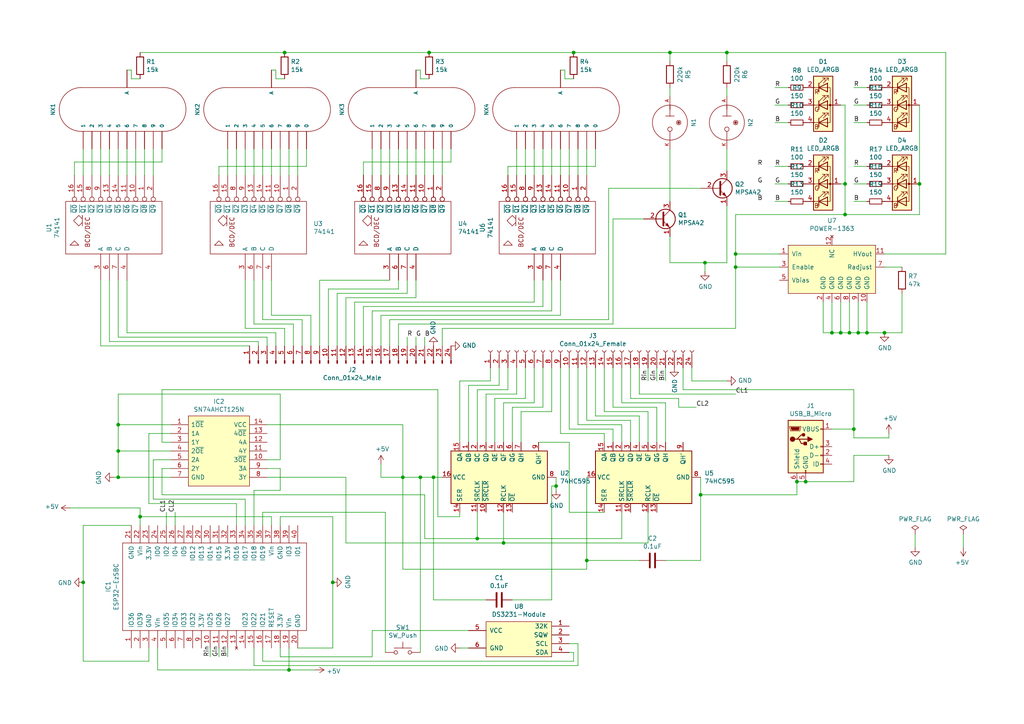
<source format=kicad_sch>
(kicad_sch (version 20211123) (generator eeschema)
  (paper "A4")
  (junction (at 194.31 15.24))
  (junction (at 166.37 15.24))
  (junction (at 116.84 138.43))
  (junction (at 146.05 157.48))
  (junction (at 233.68 139.7))
  (junction (at 124.46 15.24))
  (junction (at 210.82 15.24))
  (junction (at 34.29 130.81))
  (junction (at 243.84 96.52))
  (junction (at 204.47 76.2))
  (junction (at 82.55 15.24))
  (junction (at 245.11 53.34))
  (junction (at 83.82 194.31))
  (junction (at 96.52 168.91))
  (junction (at 247.65 124.46))
  (junction (at 266.7 53.34))
  (junction (at 203.2 143.51))
  (junction (at 246.38 96.52))
  (junction (at 231.14 139.7))
  (junction (at 170.18 162.56))
  (junction (at 251.46 96.52))
  (junction (at 241.3 96.52))
  (junction (at 121.92 138.43))
  (junction (at 34.29 123.19))
  (junction (at 138.43 156.21))
  (junction (at 256.54 96.52))
  (junction (at 213.36 77.47))
  (junction (at 161.29 140.97))
  (junction (at 213.36 73.66))
  (junction (at 34.29 138.43))
  (junction (at 24.13 168.91))
  (junction (at 245.11 62.23))
  (junction (at 125.73 138.43))
  (junction (at 40.64 149.86))
  (junction (at 248.92 96.52))
  (wire (pts (xy 185.42 106.68) (xy 185.42 114.3)))
  (wire (pts (xy 80.01 96.52) (xy 80.01 100.33)))
  (wire (pts (xy 147.32 48.26) (xy 172.72 48.26)))
  (wire (pts (xy 241.3 96.52) (xy 243.84 96.52)))
  (wire (pts (xy 34.29 114.3) (xy 81.28 114.3)))
  (wire (pts (xy 170.18 138.43) (xy 170.18 162.56)))
  (wire (pts (xy 127 149.86) (xy 133.35 149.86)))
  (wire (pts (xy 251.46 87.63) (xy 251.46 96.52)))
  (wire (pts (xy 111.76 148.59) (xy 111.76 189.23)))
  (wire (pts (xy 135.89 111.76) (xy 135.89 128.27)))
  (wire (pts (xy 34.29 81.28) (xy 34.29 97.79)))
  (wire (pts (xy 147.32 50.8) (xy 147.32 48.26)))
  (wire (pts (xy 73.66 142.24) (xy 81.28 142.24)))
  (wire (pts (xy 160.02 90.17) (xy 107.95 90.17)))
  (wire (pts (xy 77.47 133.35) (xy 81.28 133.35)))
  (wire (pts (xy 167.64 186.69) (xy 167.64 193.04)))
  (wire (pts (xy 82.55 15.24) (xy 124.46 15.24)))
  (wire (pts (xy 46.99 43.18) (xy 46.99 46.99)))
  (wire (pts (xy 213.36 77.47) (xy 213.36 95.25)))
  (wire (pts (xy 78.74 50.8) (xy 78.74 43.18)))
  (wire (pts (xy 243.84 87.63) (xy 243.84 96.52)))
  (wire (pts (xy 118.11 50.8) (xy 118.11 43.18)))
  (wire (pts (xy 81.28 142.24) (xy 81.28 135.89)))
  (wire (pts (xy 78.74 149.86) (xy 40.64 149.86)))
  (wire (pts (xy 120.65 43.18) (xy 120.65 50.8)))
  (wire (pts (xy 163.83 20.32) (xy 163.83 22.86)))
  (wire (pts (xy 118.11 81.28) (xy 118.11 85.09)))
  (wire (pts (xy 95.25 83.82) (xy 95.25 100.33)))
  (wire (pts (xy 154.94 87.63) (xy 102.87 87.63)))
  (wire (pts (xy 177.8 128.27) (xy 177.8 124.46)))
  (wire (pts (xy 175.26 125.73) (xy 162.56 125.73)))
  (wire (pts (xy 85.09 93.98) (xy 85.09 100.33)))
  (wire (pts (xy 107.95 190.5) (xy 107.95 182.88)))
  (wire (pts (xy 36.83 43.18) (xy 36.83 50.8)))
  (wire (pts (xy 210.82 76.2) (xy 204.47 76.2)))
  (wire (pts (xy 116.84 123.19) (xy 77.47 123.19)))
  (wire (pts (xy 113.03 50.8) (xy 113.03 43.18)))
  (wire (pts (xy 128.27 100.33) (xy 128.27 95.25)))
  (wire (pts (xy 231.14 139.7) (xy 233.68 139.7)))
  (wire (pts (xy 83.82 194.31) (xy 91.44 194.31)))
  (wire (pts (xy 210.82 15.24) (xy 210.82 17.78)))
  (wire (pts (xy 76.2 187.96) (xy 76.2 191.77)))
  (wire (pts (xy 162.56 106.68) (xy 162.56 125.73)))
  (wire (pts (xy 157.48 81.28) (xy 157.48 88.9)))
  (wire (pts (xy 73.66 93.98) (xy 85.09 93.98)))
  (wire (pts (xy 71.12 95.25) (xy 82.55 95.25)))
  (wire (pts (xy 228.6 48.26) (xy 224.79 48.26)))
  (wire (pts (xy 224.79 30.48) (xy 228.6 30.48)))
  (wire (pts (xy 228.6 25.4) (xy 224.79 25.4)))
  (wire (pts (xy 144.78 106.68) (xy 144.78 111.76)))
  (wire (pts (xy 190.5 118.11) (xy 177.8 118.11)))
  (wire (pts (xy 146.05 157.48) (xy 146.05 148.59)))
  (wire (pts (xy 140.97 114.3) (xy 149.86 114.3)))
  (wire (pts (xy 127 113.03) (xy 127 149.86)))
  (wire (pts (xy 190.5 106.68) (xy 190.5 110.49)))
  (wire (pts (xy 175.26 148.59) (xy 165.1 148.59)))
  (wire (pts (xy 121.92 22.86) (xy 124.46 22.86)))
  (wire (pts (xy 34.29 50.8) (xy 34.29 43.18)))
  (wire (pts (xy 247.65 30.48) (xy 251.46 30.48)))
  (wire (pts (xy 274.32 73.66) (xy 274.32 15.24)))
  (wire (pts (xy 165.1 186.69) (xy 167.64 186.69)))
  (wire (pts (xy 125.73 138.43) (xy 128.27 138.43)))
  (wire (pts (xy 248.92 87.63) (xy 248.92 96.52)))
  (wire (pts (xy 81.28 190.5) (xy 107.95 190.5)))
  (wire (pts (xy 78.74 91.44) (xy 90.17 91.44)))
  (wire (pts (xy 121.92 138.43) (xy 125.73 138.43)))
  (wire (pts (xy 279.4 154.94) (xy 279.4 158.75)))
  (wire (pts (xy 245.11 62.23) (xy 266.7 62.23)))
  (wire (pts (xy 180.34 116.84) (xy 193.04 116.84)))
  (wire (pts (xy 34.29 97.79) (xy 77.47 97.79)))
  (wire (pts (xy 148.59 118.11) (xy 148.59 128.27)))
  (wire (pts (xy 157.48 50.8) (xy 157.48 43.18)))
  (wire (pts (xy 71.12 144.78) (xy 44.45 144.78)))
  (wire (pts (xy 81.28 114.3) (xy 81.28 133.35)))
  (wire (pts (xy 116.84 138.43) (xy 121.92 138.43)))
  (wire (pts (xy 154.94 50.8) (xy 154.94 43.18)))
  (wire (pts (xy 76.2 43.18) (xy 76.2 50.8)))
  (wire (pts (xy 80.01 22.86) (xy 82.55 22.86)))
  (wire (pts (xy 194.31 25.4) (xy 194.31 27.94)))
  (wire (pts (xy 185.42 120.65) (xy 172.72 120.65)))
  (wire (pts (xy 76.2 152.4) (xy 76.2 148.59)))
  (wire (pts (xy 107.95 182.88) (xy 135.89 182.88)))
  (wire (pts (xy 60.96 187.96) (xy 60.96 190.5)))
  (wire (pts (xy 38.1 20.32) (xy 38.1 22.86)))
  (wire (pts (xy 251.46 25.4) (xy 247.65 25.4)))
  (wire (pts (xy 266.7 53.34) (xy 266.7 30.48)))
  (wire (pts (xy 182.88 115.57) (xy 196.85 115.57)))
  (wire (pts (xy 151.13 119.38) (xy 151.13 128.27)))
  (wire (pts (xy 71.12 81.28) (xy 71.12 95.25)))
  (wire (pts (xy 100.33 86.36) (xy 100.33 100.33)))
  (wire (pts (xy 76.2 191.77) (xy 166.37 191.77)))
  (wire (pts (xy 228.6 35.56) (xy 224.79 35.56)))
  (wire (pts (xy 170.18 162.56) (xy 185.42 162.56)))
  (wire (pts (xy 72.39 100.33) (xy 29.21 100.33)))
  (wire (pts (xy 200.66 110.49) (xy 210.82 110.49)))
  (wire (pts (xy 247.65 127) (xy 257.81 127)))
  (wire (pts (xy 180.34 128.27) (xy 180.34 123.19)))
  (wire (pts (xy 193.04 106.68) (xy 193.04 110.49)))
  (wire (pts (xy 133.35 110.49) (xy 133.35 128.27)))
  (wire (pts (xy 167.64 106.68) (xy 167.64 123.19)))
  (wire (pts (xy 96.52 149.86) (xy 96.52 168.91)))
  (wire (pts (xy 257.81 127) (xy 257.81 125.73)))
  (wire (pts (xy 186.69 63.5) (xy 177.8 63.5)))
  (wire (pts (xy 73.66 81.28) (xy 73.66 93.98)))
  (wire (pts (xy 76.2 148.59) (xy 111.76 148.59)))
  (wire (pts (xy 68.58 146.05) (xy 43.18 146.05)))
  (wire (pts (xy 36.83 81.28) (xy 36.83 96.52)))
  (wire (pts (xy 261.62 85.09) (xy 261.62 96.52)))
  (wire (pts (xy 97.79 85.09) (xy 97.79 100.33)))
  (wire (pts (xy 245.11 30.48) (xy 245.11 53.34)))
  (wire (pts (xy 162.56 20.32) (xy 163.83 20.32)))
  (wire (pts (xy 125.73 43.18) (xy 125.73 50.8)))
  (wire (pts (xy 81.28 187.96) (xy 81.28 190.5)))
  (wire (pts (xy 138.43 156.21) (xy 138.43 148.59)))
  (wire (pts (xy 24.13 50.8) (xy 24.13 43.18)))
  (wire (pts (xy 166.37 15.24) (xy 194.31 15.24)))
  (wire (pts (xy 83.82 187.96) (xy 83.82 194.31)))
  (wire (pts (xy 120.65 81.28) (xy 120.65 86.36)))
  (wire (pts (xy 87.63 92.71) (xy 87.63 100.33)))
  (wire (pts (xy 110.49 138.43) (xy 110.49 134.62)))
  (wire (pts (xy 160.02 173.99) (xy 148.59 173.99)))
  (wire (pts (xy 226.06 73.66) (xy 213.36 73.66)))
  (wire (pts (xy 48.26 152.4) (xy 48.26 148.59)))
  (wire (pts (xy 43.18 187.96) (xy 43.18 191.77)))
  (wire (pts (xy 241.3 124.46) (xy 247.65 124.46)))
  (wire (pts (xy 40.64 149.86) (xy 40.64 147.32)))
  (wire (pts (xy 123.19 143.51) (xy 46.99 143.51)))
  (wire (pts (xy 49.53 130.81) (xy 34.29 130.81)))
  (wire (pts (xy 41.91 43.18) (xy 41.91 50.8)))
  (wire (pts (xy 100.33 157.48) (xy 146.05 157.48)))
  (wire (pts (xy 36.83 96.52) (xy 80.01 96.52)))
  (wire (pts (xy 34.29 123.19) (xy 34.29 130.81)))
  (wire (pts (xy 90.17 91.44) (xy 90.17 100.33)))
  (wire (pts (xy 213.36 95.25) (xy 128.27 95.25)))
  (wire (pts (xy 120.65 86.36) (xy 100.33 86.36)))
  (wire (pts (xy 123.19 143.51) (xy 123.19 156.21)))
  (wire (pts (xy 39.37 50.8) (xy 39.37 43.18)))
  (wire (pts (xy 31.75 99.06) (xy 74.93 99.06)))
  (wire (pts (xy 170.18 162.56) (xy 170.18 165.1)))
  (wire (pts (xy 81.28 152.4) (xy 81.28 149.86)))
  (wire (pts (xy 248.92 96.52) (xy 251.46 96.52)))
  (wire (pts (xy 77.47 138.43) (xy 100.33 138.43)))
  (wire (pts (xy 256.54 77.47) (xy 261.62 77.47)))
  (wire (pts (xy 143.51 115.57) (xy 152.4 115.57)))
  (wire (pts (xy 161.29 138.43) (xy 161.29 140.97)))
  (wire (pts (xy 40.64 15.24) (xy 82.55 15.24)))
  (wire (pts (xy 123.19 156.21) (xy 138.43 156.21)))
  (wire (pts (xy 194.31 68.58) (xy 194.31 76.2)))
  (wire (pts (xy 34.29 130.81) (xy 34.29 138.43)))
  (wire (pts (xy 125.73 173.99) (xy 140.97 173.99)))
  (wire (pts (xy 185.42 114.3) (xy 213.36 114.3)))
  (wire (pts (xy 170.18 50.8) (xy 170.18 43.18)))
  (wire (pts (xy 31.75 81.28) (xy 31.75 99.06)))
  (wire (pts (xy 123.19 50.8) (xy 123.19 43.18)))
  (wire (pts (xy 49.53 138.43) (xy 34.29 138.43)))
  (wire (pts (xy 165.1 106.68) (xy 165.1 124.46)))
  (wire (pts (xy 38.1 152.4) (xy 24.13 152.4)))
  (wire (pts (xy 115.57 83.82) (xy 95.25 83.82)))
  (wire (pts (xy 76.2 81.28) (xy 76.2 92.71)))
  (wire (pts (xy 63.5 187.96) (xy 63.5 190.5)))
  (wire (pts (xy 162.56 50.8) (xy 162.56 43.18)))
  (wire (pts (xy 162.56 81.28) (xy 162.56 91.44)))
  (wire (pts (xy 157.48 106.68) (xy 157.48 118.11)))
  (wire (pts (xy 210.82 15.24) (xy 274.32 15.24)))
  (wire (pts (xy 154.94 81.28) (xy 154.94 87.63)))
  (wire (pts (xy 210.82 15.24) (xy 194.31 15.24)))
  (wire (pts (xy 187.96 106.68) (xy 187.96 110.49)))
  (wire (pts (xy 49.53 135.89) (xy 46.99 135.89)))
  (wire (pts (xy 224.79 53.34) (xy 228.6 53.34)))
  (wire (pts (xy 251.46 96.52) (xy 256.54 96.52)))
  (wire (pts (xy 31.75 43.18) (xy 31.75 50.8)))
  (wire (pts (xy 165.1 148.59) (xy 165.1 128.27)))
  (wire (pts (xy 43.18 191.77) (xy 24.13 191.77)))
  (wire (pts (xy 34.29 138.43) (xy 33.02 138.43)))
  (wire (pts (xy 46.99 46.99) (xy 21.59 46.99)))
  (wire (pts (xy 226.06 77.47) (xy 213.36 77.47)))
  (wire (pts (xy 190.5 128.27) (xy 190.5 118.11)))
  (wire (pts (xy 66.04 43.18) (xy 66.04 50.8)))
  (wire (pts (xy 105.41 46.99) (xy 105.41 50.8)))
  (wire (pts (xy 40.64 152.4) (xy 40.64 149.86)))
  (wire (pts (xy 133.35 110.49) (xy 142.24 110.49)))
  (wire (pts (xy 176.53 54.61) (xy 203.2 54.61)))
  (wire (pts (xy 115.57 43.18) (xy 115.57 50.8)))
  (wire (pts (xy 243.84 96.52) (xy 246.38 96.52)))
  (wire (pts (xy 152.4 50.8) (xy 152.4 43.18)))
  (wire (pts (xy 78.74 152.4) (xy 78.74 149.86)))
  (wire (pts (xy 77.47 97.79) (xy 77.47 100.33)))
  (wire (pts (xy 143.51 115.57) (xy 143.51 128.27)))
  (wire (pts (xy 198.12 106.68) (xy 198.12 113.03)))
  (wire (pts (xy 113.03 92.71) (xy 113.03 100.33)))
  (wire (pts (xy 121.92 20.32) (xy 121.92 22.86)))
  (wire (pts (xy 102.87 87.63) (xy 102.87 100.33)))
  (wire (pts (xy 66.04 187.96) (xy 66.04 190.5)))
  (wire (pts (xy 74.93 99.06) (xy 74.93 100.33)))
  (wire (pts (xy 238.76 96.52) (xy 241.3 96.52)))
  (wire (pts (xy 210.82 59.69) (xy 210.82 76.2)))
  (wire (pts (xy 86.36 187.96) (xy 96.52 187.96)))
  (wire (pts (xy 26.67 50.8) (xy 26.67 43.18)))
  (wire (pts (xy 50.8 152.4) (xy 50.8 148.59)))
  (wire (pts (xy 160.02 50.8) (xy 160.02 43.18)))
  (wire (pts (xy 175.26 128.27) (xy 175.26 125.73)))
  (wire (pts (xy 166.37 189.23) (xy 165.1 189.23)))
  (wire (pts (xy 92.71 81.28) (xy 92.71 100.33)))
  (wire (pts (xy 246.38 87.63) (xy 246.38 96.52)))
  (wire (pts (xy 200.66 106.68) (xy 200.66 110.49)))
  (wire (pts (xy 196.85 115.57) (xy 196.85 118.11)))
  (wire (pts (xy 233.68 139.7) (xy 247.65 139.7)))
  (wire (pts (xy 113.03 81.28) (xy 92.71 81.28)))
  (wire (pts (xy 88.9 48.26) (xy 63.5 48.26)))
  (wire (pts (xy 241.3 87.63) (xy 241.3 96.52)))
  (wire (pts (xy 138.43 113.03) (xy 138.43 128.27)))
  (wire (pts (xy 172.72 48.26) (xy 172.72 43.18)))
  (wire (pts (xy 38.1 22.86) (xy 40.64 22.86)))
  (wire (pts (xy 146.05 116.84) (xy 154.94 116.84)))
  (wire (pts (xy 166.37 191.77) (xy 166.37 189.23)))
  (wire (pts (xy 187.96 157.48) (xy 187.96 148.59)))
  (wire (pts (xy 185.42 128.27) (xy 185.42 120.65)))
  (wire (pts (xy 148.59 118.11) (xy 157.48 118.11)))
  (wire (pts (xy 210.82 25.4) (xy 210.82 27.94)))
  (wire (pts (xy 24.13 191.77) (xy 24.13 168.91)))
  (wire (pts (xy 149.86 106.68) (xy 149.86 114.3)))
  (wire (pts (xy 120.65 20.32) (xy 121.92 20.32)))
  (wire (pts (xy 177.8 106.68) (xy 177.8 118.11)))
  (wire (pts (xy 146.05 116.84) (xy 146.05 128.27)))
  (wire (pts (xy 140.97 114.3) (xy 140.97 128.27)))
  (wire (pts (xy 196.85 118.11) (xy 201.93 118.11)))
  (wire (pts (xy 125.73 138.43) (xy 125.73 173.99)))
  (wire (pts (xy 198.12 113.03) (xy 247.65 113.03)))
  (wire (pts (xy 247.65 139.7) (xy 247.65 132.08)))
  (wire (pts (xy 130.81 46.99) (xy 105.41 46.99)))
  (wire (pts (xy 88.9 43.18) (xy 88.9 48.26)))
  (wire (pts (xy 68.58 152.4) (xy 68.58 146.05)))
  (wire (pts (xy 247.65 132.08) (xy 257.81 132.08)))
  (wire (pts (xy 121.92 189.23) (xy 121.92 138.43)))
  (wire (pts (xy 251.46 58.42) (xy 247.65 58.42)))
  (wire (pts (xy 265.43 154.94) (xy 265.43 158.75)))
  (wire (pts (xy 210.82 43.18) (xy 210.82 49.53)))
  (wire (pts (xy 115.57 93.98) (xy 115.57 100.33)))
  (wire (pts (xy 187.96 119.38) (xy 175.26 119.38)))
  (wire (pts (xy 100.33 138.43) (xy 100.33 157.48)))
  (wire (pts (xy 73.66 193.04) (xy 73.66 187.96)))
  (wire (pts (xy 115.57 81.28) (xy 115.57 83.82)))
  (wire (pts (xy 124.46 15.24) (xy 166.37 15.24)))
  (wire (pts (xy 83.82 50.8) (xy 83.82 43.18)))
  (wire (pts (xy 63.5 48.26) (xy 63.5 50.8)))
  (wire (pts (xy 78.74 20.32) (xy 80.01 20.32)))
  (wire (pts (xy 147.32 106.68) (xy 147.32 113.03)))
  (wire (pts (xy 96.52 187.96) (xy 96.52 168.91)))
  (wire (pts (xy 172.72 106.68) (xy 172.72 120.65)))
  (wire (pts (xy 44.45 133.35) (xy 49.53 133.35)))
  (wire (pts (xy 154.94 106.68) (xy 154.94 116.84)))
  (wire (pts (xy 194.31 43.18) (xy 194.31 58.42)))
  (wire (pts (xy 213.36 73.66) (xy 213.36 77.47)))
  (wire (pts (xy 162.56 91.44) (xy 110.49 91.44)))
  (wire (pts (xy 80.01 20.32) (xy 80.01 22.86)))
  (wire (pts (xy 71.12 152.4) (xy 71.12 144.78)))
  (wire (pts (xy 45.72 194.31) (xy 83.82 194.31)))
  (wire (pts (xy 160.02 81.28) (xy 160.02 90.17)))
  (wire (pts (xy 133.35 187.96) (xy 135.89 187.96)))
  (wire (pts (xy 194.31 17.78) (xy 194.31 15.24)))
  (wire (pts (xy 46.99 128.27) (xy 46.99 113.03)))
  (wire (pts (xy 110.49 43.18) (xy 110.49 50.8)))
  (wire (pts (xy 68.58 50.8) (xy 68.58 43.18)))
  (wire (pts (xy 238.76 87.63) (xy 238.76 96.52)))
  (wire (pts (xy 24.13 152.4) (xy 24.13 168.91)))
  (wire (pts (xy 203.2 143.51) (xy 203.2 138.43)))
  (wire (pts (xy 146.05 157.48) (xy 187.96 157.48)))
  (wire (pts (xy 40.64 147.32) (xy 20.32 147.32)))
  (wire (pts (xy 251.46 35.56) (xy 247.65 35.56)))
  (wire (pts (xy 231.14 139.7) (xy 231.14 143.51)))
  (wire (pts (xy 243.84 30.48) (xy 245.11 30.48)))
  (wire (pts (xy 160.02 106.68) (xy 160.02 119.38)))
  (wire (pts (xy 170.18 165.1) (xy 116.84 165.1)))
  (wire (pts (xy 45.72 187.96) (xy 45.72 194.31)))
  (wire (pts (xy 182.88 128.27) (xy 182.88 121.92)))
  (wire (pts (xy 167.64 50.8) (xy 167.64 43.18)))
  (wire (pts (xy 142.24 110.49) (xy 142.24 106.68)))
  (wire (pts (xy 34.29 114.3) (xy 34.29 123.19)))
  (wire (pts (xy 46.99 113.03) (xy 127 113.03)))
  (wire (pts (xy 180.34 123.19) (xy 167.64 123.19)))
  (wire (pts (xy 213.36 62.23) (xy 213.36 73.66)))
  (wire (pts (xy 78.74 81.28) (xy 78.74 91.44)))
  (wire (pts (xy 149.86 50.8) (xy 149.86 43.18)))
  (wire (pts (xy 130.81 43.18) (xy 130.81 46.99)))
  (wire (pts (xy 177.8 63.5) (xy 177.8 93.98)))
  (wire (pts (xy 194.31 76.2) (xy 204.47 76.2)))
  (wire (pts (xy 193.04 116.84) (xy 193.04 128.27)))
  (wire (pts (xy 73.66 142.24) (xy 73.66 152.4)))
  (wire (pts (xy 81.28 149.86) (xy 96.52 149.86)))
  (wire (pts (xy 157.48 88.9) (xy 105.41 88.9)))
  (wire (pts (xy 161.29 140.97) (xy 161.29 142.24)))
  (wire (pts (xy 29.21 50.8) (xy 29.21 43.18)))
  (wire (pts (xy 86.36 43.18) (xy 86.36 50.8)))
  (wire (pts (xy 180.34 106.68) (xy 180.34 116.84)))
  (wire (pts (xy 247.65 113.03) (xy 247.65 124.46)))
  (wire (pts (xy 138.43 156.21) (xy 180.34 156.21)))
  (wire (pts (xy 49.53 123.19) (xy 34.29 123.19)))
  (wire (pts (xy 187.96 128.27) (xy 187.96 119.38)))
  (wire (pts (xy 110.49 91.44) (xy 110.49 100.33)))
  (wire (pts (xy 161.29 140.97) (xy 160.02 140.97)))
  (wire (pts (xy 203.2 143.51) (xy 203.2 162.56)))
  (wire (pts (xy 135.89 111.76) (xy 144.78 111.76)))
  (wire (pts (xy 177.8 93.98) (xy 115.57 93.98)))
  (wire (pts (xy 120.65 100.33) (xy 120.65 97.79)))
  (wire (pts (xy 247.65 53.34) (xy 251.46 53.34)))
  (wire (pts (xy 213.36 62.23) (xy 245.11 62.23)))
  (wire (pts (xy 82.55 95.25) (xy 82.55 100.33)))
  (wire (pts (xy 44.45 50.8) (xy 44.45 43.18)))
  (wire (pts (xy 29.21 100.33) (xy 29.21 81.28)))
  (wire (pts (xy 182.88 121.92) (xy 170.18 121.92)))
  (wire (pts (xy 118.11 85.09) (xy 97.79 85.09)))
  (wire (pts (xy 228.6 58.42) (xy 224.79 58.42)))
  (wire (pts (xy 266.7 62.23) (xy 266.7 53.34)))
  (wire (pts (xy 177.8 124.46) (xy 165.1 124.46)))
  (wire (pts (xy 107.95 90.17) (xy 107.95 100.33)))
  (wire (pts (xy 76.2 92.71) (xy 87.63 92.71)))
  (wire (pts (xy 105.41 88.9) (xy 105.41 100.33)))
  (wire (pts (xy 151.13 119.38) (xy 160.02 119.38)))
  (wire (pts (xy 123.19 100.33) (xy 123.19 97.79)))
  (wire (pts (xy 261.62 96.52) (xy 256.54 96.52)))
  (wire (pts (xy 160.02 140.97) (xy 160.02 173.99)))
  (wire (pts (xy 246.38 96.52) (xy 248.92 96.52)))
  (wire (pts (xy 176.53 92.71) (xy 113.03 92.71)))
  (wire (pts (xy 110.49 138.43) (xy 116.84 138.43)))
  (wire (pts (xy 204.47 76.2) (xy 204.47 78.74)))
  (wire (pts (xy 251.46 48.26) (xy 247.65 48.26)))
  (wire (pts (xy 128.27 50.8) (xy 128.27 43.18)))
  (wire (pts (xy 182.88 106.68) (xy 182.88 115.57)))
  (wire (pts (xy 247.65 124.46) (xy 247.65 127)))
  (wire (pts (xy 107.95 50.8) (xy 107.95 43.18)))
  (wire (pts (xy 138.43 113.03) (xy 147.32 113.03)))
  (wire (pts (xy 256.54 73.66) (xy 274.32 73.66)))
  (wire (pts (xy 36.83 20.32) (xy 38.1 20.32)))
  (wire (pts (xy 49.53 128.27) (xy 46.99 128.27)))
  (wire (pts (xy 180.34 156.21) (xy 180.34 148.59)))
  (wire (pts (xy 133.35 149.86) (xy 133.35 148.59)))
  (wire (pts (xy 245.11 53.34) (xy 245.11 62.23)))
  (wire (pts (xy 203.2 162.56) (xy 193.04 162.56)))
  (wire (pts (xy 165.1 128.27) (xy 156.21 128.27)))
  (wire (pts (xy 165.1 50.8) (xy 165.1 43.18)))
  (wire (pts (xy 231.14 143.51) (xy 203.2 143.51)))
  (wire (pts (xy 73.66 50.8) (xy 73.66 43.18)))
  (wire (pts (xy 176.53 54.61) (xy 176.53 92.71)))
  (wire (pts (xy 21.59 46.99) (xy 21.59 50.8)))
  (wire (pts (xy 170.18 106.68) (xy 170.18 121.92)))
  (wire (pts (xy 44.45 144.78) (xy 44.45 133.35)))
  (wire (pts (xy 116.84 138.43) (xy 116.84 123.19)))
  (wire (pts (xy 152.4 106.68) (xy 152.4 115.57)))
  (wire (pts (xy 71.12 43.18) (xy 71.12 50.8)))
  (wire (pts (xy 175.26 106.68) (xy 175.26 119.38)))
  (wire (pts (xy 167.64 193.04) (xy 73.66 193.04)))
  (wire (pts (xy 163.83 22.86) (xy 166.37 22.86)))
  (wire (pts (xy 77.47 135.89) (xy 81.28 135.89)))
  (wire (pts (xy 46.99 135.89) (xy 46.99 143.51)))
  (wire (pts (xy 116.84 165.1) (xy 116.84 138.43)))
  (wire (pts (xy 43.18 125.73) (xy 49.53 125.73)))
  (wire (pts (xy 81.28 43.18) (xy 81.28 50.8)))
  (wire (pts (xy 43.18 146.05) (xy 43.18 125.73)))
  (wire (pts (xy 243.84 53.34) (xy 245.11 53.34)))
  (wire (pts (xy 118.11 100.33) (xy 118.11 97.79)))
  (label "Gin" (at 190.5 110.49 90))
  (label "R" (at 219.71 48.26 0))
  (label "B" (at 219.71 58.42 0))
  (label "Rin" (at 60.96 190.5 90))
  (label "CL2" (at 201.93 118.11 0))
  (label "B" (at 224.79 35.56 0))
  (label "R" (at 224.79 25.4 0))
  (label "R" (at 118.11 97.79 0))
  (label "R" (at 224.79 48.26 0))
  (label "B" (at 123.19 97.79 0))
  (label "CL1" (at 213.36 114.3 0))
  (label "CL1" (at 48.26 148.59 90))
  (label "G" (at 224.79 30.48 0))
  (label "G" (at 247.65 30.48 0))
  (label "B" (at 247.65 35.56 0))
  (label "CL2" (at 50.8 148.59 90))
  (label "Bin" (at 193.04 110.49 90))
  (label "G" (at 224.79 53.34 0))
  (label "B" (at 224.79 58.42 0))
  (label "Bin" (at 66.04 190.5 90))
  (label "Rin" (at 187.96 110.49 90))
  (label "Gin" (at 63.5 190.5 90))
  (label "G" (at 219.71 53.34 0))
  (label "R" (at 247.65 25.4 0))
  (label "G" (at 120.65 97.79 0))
  (label "B" (at 247.65 58.42 0))
  (label "R" (at 247.65 48.26 0))
  (label "G" (at 247.65 53.34 0))
  (symbol (lib_id "NixieClock-rescue:IN-12A-Nixies") (at 162.56 30.48 90) (unit 1)
    (property "Reference" "NX4" (at 141.097 31.75 0) (effects (font (size 1.143 1.143))))
    (property "Value" "IN-12A" (effects hide))
    (property "Footprint" "Nixies:nixies-us-IN-12-DSUB" (effects hide))
  )
  (symbol (lib_id "NixieClock-rescue:IN-12A-Nixies") (at 78.74 30.48 90) (unit 1)
    (property "Reference" "NX2" (at 57.277 31.75 0) (effects (font (size 1.143 1.143))))
    (property "Value" "IN-12A" (effects hide))
    (property "Footprint" "Nixies:nixies-us-IN-12-DSUB" (effects hide))
  )
  (symbol (lib_id "NixieClock-rescue:IN-12A-Nixies") (at 36.83 30.48 90) (unit 1)
    (property "Reference" "NX1" (at 15.367 31.75 0) (effects (font (size 1.143 1.143))))
    (property "Value" "IN-12A" (effects hide))
    (property "Footprint" "Nixies:nixies-us-IN-12-DSUB" (effects hide))
  )
  (symbol (lib_id "NixieClock-rescue:IN-12A-Nixies") (at 120.65 30.48 90) (unit 1)
    (property "Reference" "NX3" (at 99.187 31.75 0) (effects (font (size 1.143 1.143))))
    (property "Value" "IN-12A" (effects hide))
    (property "Footprint" "Nixies:nixies-us-IN-12-DSUB" (effects hide))
  )
  (symbol (lib_id "NixieClock-rescue:INS-1-Nixies") (at 213.36 30.48 270) (unit 1)
    (property "Reference" "N2" (at 217.678 35.56 0) (effects (font (size 1.143 1.143))))
    (property "Value" "INS-1" (effects hide))
    (property "Footprint" "Nixies:INS-1" (effects hide))
  )
  (symbol (lib_id "NixieClock-rescue:INS-1-Nixies") (at 196.85 30.48 270) (unit 1)
    (property "Reference" "N1" (at 201.168 35.56 0) (effects (font (size 1.143 1.143))))
    (property "Value" "INS-1" (effects hide))
    (property "Footprint" "Nixies:INS-1" (effects hide))
  )
  (symbol (lib_id "74xx_IEEE:74141") (at 158.75 66.04 90) (unit 1)
    (property "Reference" "U6" (at 139.9286 66.04 0))
    (property "Value" "74141" (at 142.24 66.04 0))
    (property "Footprint" "Package_DIP:DIP-16_W7.62mm_Socket" (effects hide))
  )
  (symbol (lib_id "74xx_IEEE:74141") (at 74.93 66.04 90) (unit 1)
    (property "Reference" "U3" (at 90.8812 64.8716 90) (effects (justify right)))
    (property "Value" "74141" (at 90.8812 67.183 90) (effects (justify right)))
    (property "Footprint" "Package_DIP:DIP-16_W7.62mm_Socket" (effects hide))
  )
  (symbol (lib_id "74xx_IEEE:74141") (at 33.02 66.04 90) (unit 1)
    (property "Reference" "U1" (at 14.1986 66.04 0))
    (property "Value" "74141" (at 16.51 66.04 0))
    (property "Footprint" "Package_DIP:DIP-16_W7.62mm_Socket" (effects hide))
  )
  (symbol (lib_id "74xx_IEEE:74141") (at 116.84 66.04 90) (unit 1)
    (property "Reference" "U4" (at 132.7912 64.8716 90) (effects (justify right)))
    (property "Value" "74141" (at 132.7912 67.183 90) (effects (justify right)))
    (property "Footprint" "Package_DIP:DIP-16_W7.62mm_Socket" (effects hide))
  )
  (symbol (lib_id "NixieClock-rescue:POWER-1363-Nixies") (at 232.41 69.85 0) (unit 1)
    (property "Reference" "U7" (at 241.3 63.9826 0))
    (property "Value" "POWER-1363" (at 241.3 66.294 0))
    (property "Footprint" "Connector_PinHeader_2.54mm:PinHeader_2x06_P2.54mm_Vertical" (effects hide))
  )
  (symbol (lib_id "Device:R") (at 166.37 19.05 180) (unit 1)
    (property "Reference" "R4" (at 168.148 17.8816 0) (effects (justify right)))
    (property "Value" "15k" (at 168.148 20.193 0) (effects (justify right)))
    (property "Footprint" "Resistor_THT:R_Axial_DIN0204_L3.6mm_D1.6mm_P7.62mm_Horizontal" (effects hide))
  )
  (symbol (lib_id "Device:R") (at 82.55 19.05 180) (unit 1)
    (property "Reference" "R2" (at 84.328 17.8816 0) (effects (justify right)))
    (property "Value" "15k" (at 84.328 20.193 0) (effects (justify right)))
    (property "Footprint" "Resistor_THT:R_Axial_DIN0204_L3.6mm_D1.6mm_P7.62mm_Horizontal" (effects hide))
  )
  (symbol (lib_id "Device:R") (at 40.64 19.05 180) (unit 1)
    (property "Reference" "R1" (at 42.418 17.8816 0) (effects (justify right)))
    (property "Value" "15k" (at 42.418 20.193 0) (effects (justify right)))
    (property "Footprint" "Resistor_THT:R_Axial_DIN0204_L3.6mm_D1.6mm_P7.62mm_Horizontal" (effects hide))
  )
  (symbol (lib_id "Device:R") (at 194.31 21.59 180) (unit 1)
    (property "Reference" "R5" (at 199.5678 21.59 90))
    (property "Value" "220k" (at 197.2564 21.59 90))
    (property "Footprint" "Resistor_THT:R_Axial_DIN0204_L3.6mm_D1.6mm_P7.62mm_Horizontal" (effects hide))
  )
  (symbol (lib_id "Device:R") (at 210.82 21.59 180) (unit 1)
    (property "Reference" "R6" (at 216.0778 21.59 90))
    (property "Value" "220k" (at 213.7664 21.59 90))
    (property "Footprint" "Resistor_THT:R_Axial_DIN0204_L3.6mm_D1.6mm_P7.62mm_Horizontal" (effects hide))
  )
  (symbol (lib_id "74xx:74HC595") (at 185.42 138.43 90) (unit 1)
    (property "Reference" "U5" (at 204.3176 137.2616 90) (effects (justify right)))
    (property "Value" "74HC595" (at 204.3176 139.573 90) (effects (justify right)))
    (property "Footprint" "Package_DIP:DIP-16_W7.62mm_Socket" (effects hide))
    (property "Datasheet" "http://www.ti.com/lit/ds/symlink/sn74hc595.pdf" (effects hide))
  )
  (symbol (lib_id "74xx:74HC595") (at 143.51 138.43 90) (unit 1)
    (property "Reference" "U2" (at 162.4076 137.2616 90) (effects (justify right)))
    (property "Value" "74HC595" (at 162.4076 139.573 90) (effects (justify right)))
    (property "Footprint" "Package_DIP:DIP-16_W7.62mm_Socket" (effects hide))
    (property "Datasheet" "http://www.ti.com/lit/ds/symlink/sn74hc595.pdf" (effects hide))
  )
  (symbol (lib_id "NixieClock-rescue:SN74AHCT125N-Buffers_Line_Drivers") (at 49.53 123.19 0) (unit 1)
    (property "Reference" "IC2" (at 63.5 116.459 0))
    (property "Value" "SN74AHCT125N" (at 63.5 118.7704 0))
    (property "Footprint" "Package_DIP:DIP-14_W7.62mm_Socket" (effects hide))
    (property "Datasheet" "http://www.ti.com/lit/gpn/sn74ahct125" (effects hide))
    (property "Description" "Quadruple Bus Buffer Gates With 3-State Outputs" (effects hide))
  )
  (symbol (lib_id "Device:R") (at 124.46 19.05 180) (unit 1)
    (property "Reference" "R3" (at 126.238 17.8816 0) (effects (justify right)))
    (property "Value" "15k" (at 126.238 20.193 0) (effects (justify right)))
    (property "Footprint" "Resistor_THT:R_Axial_DIN0204_L3.6mm_D1.6mm_P7.62mm_Horizontal" (effects hide))
  )
  (symbol (lib_id "power:+5V") (at 110.49 134.62 0) (unit 1)
    (property "Reference" "#PWR01" (effects hide))
    (property "Value" "+5V" (at 110.871 130.2258 0))
  )
  (symbol (lib_id "Device:R") (at 261.62 81.28 0) (unit 1)
    (property "Reference" "R7" (at 263.398 80.1116 0) (effects (justify left)))
    (property "Value" "47k" (at 263.398 82.423 0) (effects (justify left)))
    (property "Footprint" "Resistor_THT:R_Axial_DIN0204_L3.6mm_D1.6mm_P7.62mm_Horizontal" (effects hide))
  )
  (symbol (lib_id "power:GND") (at 256.54 96.52 0) (unit 1)
    (property "Reference" "#PWR08" (effects hide))
    (property "Value" "GND" (at 256.667 100.9142 0))
  )
  (symbol (lib_id "power:GND") (at 33.02 138.43 270) (unit 1)
    (property "Reference" "#PWR04" (effects hide))
    (property "Value" "GND" (at 28.6258 138.557 0))
  )
  (symbol (lib_id "power:GND") (at 24.13 168.91 270) (unit 1)
    (property "Reference" "#PWR03" (effects hide))
    (property "Value" "GND" (at 20.8788 169.037 90) (effects (justify right)))
  )
  (symbol (lib_id "NixieClock-rescue:ESP32-EzSBC-ESP32") (at 38.1 187.96 90) (unit 1)
    (property "Reference" "IC1" (at 31.369 170.18 0))
    (property "Value" "ESP32-EzSBC" (at 33.6804 170.18 0))
    (property "Footprint" "ESP32:ESP32-EzSBC" (effects hide))
    (property "Datasheet" "http://www.mouser.com/datasheet/2/891/esp32-wrover-b_datasheet_en-1384674.pdf" (effects hide))
  )
  (symbol (lib_id "power:GND") (at 161.29 142.24 0) (unit 1)
    (property "Reference" "#PWR02" (effects hide))
    (property "Value" "GND" (at 161.417 146.6342 0))
  )
  (symbol (lib_id "power:GND") (at 96.52 168.91 90) (unit 1)
    (property "Reference" "#PWR05" (effects hide))
    (property "Value" "GND" (at 100.9142 168.783 0))
  )
  (symbol (lib_id "Transistor_BJT:MPSA42") (at 191.77 63.5 0) (unit 1)
    (property "Reference" "Q1" (at 196.6214 62.3316 0) (effects (justify left)))
    (property "Value" "MPSA42" (at 196.6214 64.643 0) (effects (justify left)))
    (property "Footprint" "Package_TO_SOT_THT:TO-92_Inline" (effects hide))
    (property "Datasheet" "http://www.onsemi.com/pub_link/Collateral/MPSA42-D.PDF" (effects hide))
  )
  (symbol (lib_id "Transistor_BJT:MPSA42") (at 208.28 54.61 0) (unit 1)
    (property "Reference" "Q2" (at 213.1314 53.4416 0) (effects (justify left)))
    (property "Value" "MPSA42" (at 213.1314 55.753 0) (effects (justify left)))
    (property "Footprint" "Package_TO_SOT_THT:TO-92_Inline" (effects hide))
    (property "Datasheet" "http://www.onsemi.com/pub_link/Collateral/MPSA42-D.PDF" (effects hide))
  )
  (symbol (lib_id "power:GND") (at 204.47 78.74 0) (unit 1)
    (property "Reference" "#PWR07" (effects hide))
    (property "Value" "GND" (at 204.597 83.1342 0))
  )
  (symbol (lib_id "Switch:SW_Push") (at 116.84 189.23 0) (unit 1)
    (property "Reference" "SW1" (at 116.84 181.991 0))
    (property "Value" "SW_Push" (at 116.84 184.3024 0))
    (property "Footprint" "Connector_PinHeader_2.54mm:PinHeader_1x02_P2.54mm_Vertical" (effects hide))
  )
  (symbol (lib_id "power:PWR_FLAG") (at 265.43 154.94 0) (unit 1)
    (property "Reference" "#FLG0101" (effects hide))
    (property "Value" "PWR_FLAG" (at 265.43 150.5458 0))
  )
  (symbol (lib_id "power:PWR_FLAG") (at 279.4 154.94 0) (unit 1)
    (property "Reference" "#FLG0102" (effects hide))
    (property "Value" "PWR_FLAG" (at 279.4 150.5458 0))
  )
  (symbol (lib_id "power:GND") (at 265.43 158.75 0) (unit 1)
    (property "Reference" "#PWR0101" (effects hide))
    (property "Value" "GND" (at 265.557 163.1442 0))
  )
  (symbol (lib_id "power:+5V") (at 279.4 158.75 180) (unit 1)
    (property "Reference" "#PWR0102" (effects hide))
    (property "Value" "+5V" (at 279.019 163.1442 0))
  )
  (symbol (lib_id "power:+5V") (at 257.81 125.73 0) (unit 1)
    (property "Reference" "#PWR0103" (effects hide))
    (property "Value" "+5V" (at 258.191 121.3358 0))
  )
  (symbol (lib_id "power:GND") (at 257.81 132.08 0) (unit 1)
    (property "Reference" "#PWR0104" (effects hide))
    (property "Value" "GND" (at 257.937 136.4742 0))
  )
  (symbol (lib_id "NixieClock-rescue:USB_B_Micro-Connector") (at 233.68 129.54 0) (unit 1)
    (property "Reference" "J1" (at 235.1278 117.6782 0))
    (property "Value" "USB_B_Micro" (at 235.1278 119.9896 0))
    (property "Footprint" "Connector_USB:USB_Micro-B_Molex-105017-0001" (effects hide))
  )
  (symbol (lib_id "power:GND") (at 130.81 100.33 90) (unit 1)
    (property "Reference" "#PWR010" (effects hide))
    (property "Value" "GND" (at 134.0612 100.203 90) (effects (justify right)))
  )
  (symbol (lib_id "power:GND") (at 210.82 110.49 90) (unit 1)
    (property "Reference" "#PWR011" (effects hide))
    (property "Value" "GND" (at 214.0712 110.363 90) (effects (justify right)))
  )
  (symbol (lib_id "power:+5V") (at 91.44 194.31 270) (unit 1)
    (property "Reference" "#PWR09" (effects hide))
    (property "Value" "+5V" (at 94.6912 194.691 90) (effects (justify left)))
  )
  (symbol (lib_id "power:+5V") (at 20.32 147.32 90) (unit 1)
    (property "Reference" "#PWR06" (effects hide))
    (property "Value" "+5V" (at 17.0688 146.939 90) (effects (justify left)))
  )
  (symbol (lib_id "Device:C") (at 189.23 162.56 90) (unit 1)
    (property "Reference" "C2" (at 189.23 156.1592 90))
    (property "Value" "0.1uF" (at 189.23 158.4706 90))
    (property "Footprint" "Capacitor_THT:C_Disc_D7.5mm_W5.0mm_P5.00mm" (effects hide))
  )
  (symbol (lib_id "Device:C") (at 144.78 173.99 90) (unit 1)
    (property "Reference" "C1" (at 144.78 167.5892 90))
    (property "Value" "0.1uF" (at 144.78 169.9006 90))
    (property "Footprint" "Capacitor_THT:C_Disc_D7.5mm_W5.0mm_P5.00mm" (effects hide))
  )
  (symbol (lib_id "Device:LED_ARGB") (at 238.76 30.48 0) (unit 1)
    (property "Reference" "D1" (at 238.76 17.8562 0))
    (property "Value" "LED_ARGB" (at 238.76 20.1676 0))
    (property "Footprint" "LED_SMD:LED_RGB_1210" (effects hide))
  )
  (symbol (lib_id "Device:LED_ARGB") (at 238.76 53.34 0) (unit 1)
    (property "Reference" "D2" (at 238.76 40.7162 0))
    (property "Value" "LED_ARGB" (at 238.76 43.0276 0))
    (property "Footprint" "LED_SMD:LED_RGB_1210" (effects hide))
  )
  (symbol (lib_id "Device:LED_ARGB") (at 261.62 30.48 0) (unit 1)
    (property "Reference" "D3" (at 261.62 17.8562 0))
    (property "Value" "LED_ARGB" (at 261.62 20.1676 0))
    (property "Footprint" "LED_SMD:LED_RGB_1210" (effects hide))
  )
  (symbol (lib_id "Device:LED_ARGB") (at 261.62 53.34 0) (unit 1)
    (property "Reference" "D4" (at 261.62 40.7162 0))
    (property "Value" "LED_ARGB" (at 261.62 43.0276 0))
    (property "Footprint" "LED_SMD:LED_RGB_1210" (effects hide))
  )
  (symbol (lib_id "Connector:Conn_01x24_Male") (at 100.33 105.41 90) (unit 1)
    (property "Reference" "J2" (at 102.1588 107.2642 90))
    (property "Value" "Conn_01x24_Male" (at 102.1588 109.5756 90))
    (property "Footprint" "Connector_PinHeader_2.54mm:PinHeader_1x24_P2.54mm_Vertical" (effects hide))
  )
  (symbol (lib_id "Device:R_Small") (at 254 25.4 270) (unit 1)
    (property "Reference" "R14" (at 254 20.4216 90))
    (property "Value" "100" (at 254 22.733 90))
    (property "Footprint" "Resistor_SMD:R_0805_2012Metric" (effects hide))
  )
  (symbol (lib_id "Device:R_Small") (at 231.14 30.48 270) (unit 1)
    (property "Reference" "R9" (at 231.14 25.5016 90))
    (property "Value" "150" (at 231.14 27.813 90))
    (property "Footprint" "Resistor_SMD:R_0805_2012Metric" (effects hide))
  )
  (symbol (lib_id "Device:R_Small") (at 254 48.26 270) (unit 1)
    (property "Reference" "R17" (at 254 43.2816 90))
    (property "Value" "100" (at 254 45.593 90))
    (property "Footprint" "Resistor_SMD:R_0805_2012Metric" (effects hide))
  )
  (symbol (lib_id "Device:R_Small") (at 231.14 25.4 270) (unit 1)
    (property "Reference" "R8" (at 231.14 20.4216 90))
    (property "Value" "100" (at 231.14 22.733 90))
    (property "Footprint" "Resistor_SMD:R_0805_2012Metric" (effects hide))
  )
  (symbol (lib_id "Device:R_Small") (at 231.14 48.26 270) (unit 1)
    (property "Reference" "R11" (at 231.14 43.2816 90))
    (property "Value" "100" (at 231.14 45.593 90))
    (property "Footprint" "Resistor_SMD:R_0805_2012Metric" (effects hide))
  )
  (symbol (lib_id "Device:R_Small") (at 231.14 35.56 270) (unit 1)
    (property "Reference" "R10" (at 231.14 30.5816 90))
    (property "Value" "150" (at 231.14 32.893 90))
    (property "Footprint" "Resistor_SMD:R_0805_2012Metric" (effects hide))
  )
  (symbol (lib_id "Device:R_Small") (at 231.14 53.34 270) (unit 1)
    (property "Reference" "R12" (at 231.14 48.3616 90))
    (property "Value" "150" (at 231.14 50.673 90))
    (property "Footprint" "Resistor_SMD:R_0805_2012Metric" (effects hide))
  )
  (symbol (lib_id "Device:R_Small") (at 231.14 58.42 270) (unit 1)
    (property "Reference" "R13" (at 231.14 53.4416 90))
    (property "Value" "150" (at 231.14 55.753 90))
    (property "Footprint" "Resistor_SMD:R_0805_2012Metric" (effects hide))
  )
  (symbol (lib_id "Device:R_Small") (at 254 58.42 270) (unit 1)
    (property "Reference" "R19" (at 254 53.4416 90))
    (property "Value" "150" (at 254 55.753 90))
    (property "Footprint" "Resistor_SMD:R_0805_2012Metric" (effects hide))
  )
  (symbol (lib_id "Device:R_Small") (at 254 53.34 270) (unit 1)
    (property "Reference" "R18" (at 254 48.3616 90))
    (property "Value" "150" (at 254 50.673 90))
    (property "Footprint" "Resistor_SMD:R_0805_2012Metric" (effects hide))
  )
  (symbol (lib_id "Device:R_Small") (at 254 35.56 270) (unit 1)
    (property "Reference" "R16" (at 254 30.5816 90))
    (property "Value" "150" (at 254 32.893 90))
    (property "Footprint" "Resistor_SMD:R_0805_2012Metric" (effects hide))
  )
  (symbol (lib_id "Device:R_Small") (at 254 30.48 270) (unit 1)
    (property "Reference" "R15" (at 254 25.5016 90))
    (property "Value" "150" (at 254 27.813 90))
    (property "Footprint" "Resistor_SMD:R_0805_2012Metric" (effects hide))
  )
  (symbol (lib_id "Connector:Conn_01x24_Female") (at 170.18 101.6 90) (unit 1)
    (property "Reference" "J3" (at 171.958 97.409 90))
    (property "Value" "Conn_01x24_Female" (at 171.958 99.7204 90))
    (property "Footprint" "Connector_PinHeader_2.54mm:PinHeader_1x24_P2.54mm_Vertical" (effects hide))
  )
  (symbol (lib_id "power:GND") (at 125.73 100.33 180) (unit 1)
    (property "Reference" "#PWR012" (effects hide))
    (property "Value" "GND" (at 125.603 97.0788 90) (effects (justify right)))
  )
  (symbol (lib_id "power:GND") (at 195.58 106.68 0) (unit 1)
    (property "Reference" "#PWR013" (effects hide))
    (property "Value" "GND" (at 195.707 109.9312 90) (effects (justify right)))
  )
  (symbol (lib_id "NixieClock-rescue:DS3231-Module-RTC") (at 149.86 191.77 0) (unit 1)
    (property "Reference" "U8" (at 150.495 175.895 0))
    (property "Value" "DS3231-Module" (at 150.495 178.2064 0))
    (property "Footprint" "Connector_PinSocket_2.54mm:PinSocket_1x06_P2.54mm_Vertical" (effects hide))
  )
  (symbol (lib_id "power:GND") (at 133.35 187.96 270) (unit 1)
    (property "Reference" "#PWR0105" (effects hide))
    (property "Value" "GND" (at 130.0988 188.087 90) (effects (justify right)))
  )
)
</source>
